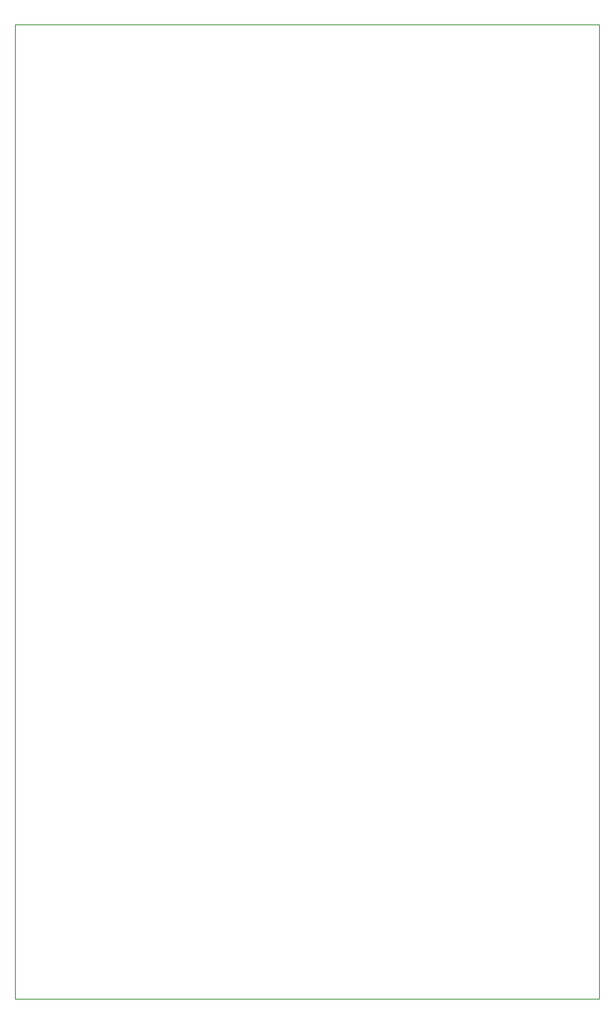
<source format=gbr>
%TF.GenerationSoftware,KiCad,Pcbnew,(6.0.9)*%
%TF.CreationDate,2024-03-02T11:40:50+05:30*%
%TF.ProjectId,CT_2.0.0,43545f32-2e30-42e3-902e-6b696361645f,rev?*%
%TF.SameCoordinates,Original*%
%TF.FileFunction,Profile,NP*%
%FSLAX46Y46*%
G04 Gerber Fmt 4.6, Leading zero omitted, Abs format (unit mm)*
G04 Created by KiCad (PCBNEW (6.0.9)) date 2024-03-02 11:40:50*
%MOMM*%
%LPD*%
G01*
G04 APERTURE LIST*
%TA.AperFunction,Profile*%
%ADD10C,0.100000*%
%TD*%
G04 APERTURE END LIST*
D10*
X70300000Y-44800000D02*
X133000000Y-44800000D01*
X133000000Y-44800000D02*
X133000000Y-149400000D01*
X133000000Y-149400000D02*
X70300000Y-149400000D01*
X70300000Y-149400000D02*
X70300000Y-44800000D01*
M02*

</source>
